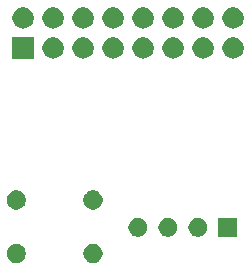
<source format=gbs>
G04 #@! TF.GenerationSoftware,KiCad,Pcbnew,(5.1.5)-3*
G04 #@! TF.CreationDate,2020-07-05T19:40:21-04:00*
G04 #@! TF.ProjectId,RPi HAT,52506920-4841-4542-9e6b-696361645f70,rev?*
G04 #@! TF.SameCoordinates,Original*
G04 #@! TF.FileFunction,Soldermask,Bot*
G04 #@! TF.FilePolarity,Negative*
%FSLAX46Y46*%
G04 Gerber Fmt 4.6, Leading zero omitted, Abs format (unit mm)*
G04 Created by KiCad (PCBNEW (5.1.5)-3) date 2020-07-05 19:40:21*
%MOMM*%
%LPD*%
G04 APERTURE LIST*
%ADD10C,0.100000*%
G04 APERTURE END LIST*
D10*
G36*
X123960542Y-106507842D02*
G01*
X124108501Y-106569129D01*
X124241655Y-106658099D01*
X124354901Y-106771345D01*
X124443871Y-106904499D01*
X124505158Y-107052458D01*
X124536400Y-107209525D01*
X124536400Y-107369675D01*
X124505158Y-107526742D01*
X124443871Y-107674701D01*
X124354901Y-107807855D01*
X124241655Y-107921101D01*
X124108501Y-108010071D01*
X123960542Y-108071358D01*
X123803475Y-108102600D01*
X123643325Y-108102600D01*
X123486258Y-108071358D01*
X123338299Y-108010071D01*
X123205145Y-107921101D01*
X123091899Y-107807855D01*
X123002929Y-107674701D01*
X122941642Y-107526742D01*
X122910400Y-107369675D01*
X122910400Y-107209525D01*
X122941642Y-107052458D01*
X123002929Y-106904499D01*
X123091899Y-106771345D01*
X123205145Y-106658099D01*
X123338299Y-106569129D01*
X123486258Y-106507842D01*
X123643325Y-106476600D01*
X123803475Y-106476600D01*
X123960542Y-106507842D01*
G37*
G36*
X117458142Y-106507842D02*
G01*
X117606101Y-106569129D01*
X117739255Y-106658099D01*
X117852501Y-106771345D01*
X117941471Y-106904499D01*
X118002758Y-107052458D01*
X118034000Y-107209525D01*
X118034000Y-107369675D01*
X118002758Y-107526742D01*
X117941471Y-107674701D01*
X117852501Y-107807855D01*
X117739255Y-107921101D01*
X117606101Y-108010071D01*
X117458142Y-108071358D01*
X117301075Y-108102600D01*
X117140925Y-108102600D01*
X116983858Y-108071358D01*
X116835899Y-108010071D01*
X116702745Y-107921101D01*
X116589499Y-107807855D01*
X116500529Y-107674701D01*
X116439242Y-107526742D01*
X116408000Y-107369675D01*
X116408000Y-107209525D01*
X116439242Y-107052458D01*
X116500529Y-106904499D01*
X116589499Y-106771345D01*
X116702745Y-106658099D01*
X116835899Y-106569129D01*
X116983858Y-106507842D01*
X117140925Y-106476600D01*
X117301075Y-106476600D01*
X117458142Y-106507842D01*
G37*
G36*
X130307042Y-104309581D02*
G01*
X130452814Y-104369962D01*
X130452816Y-104369963D01*
X130584008Y-104457622D01*
X130695578Y-104569192D01*
X130783237Y-104700384D01*
X130783238Y-104700386D01*
X130843619Y-104846158D01*
X130874400Y-105000907D01*
X130874400Y-105158693D01*
X130843619Y-105313442D01*
X130783238Y-105459214D01*
X130783237Y-105459216D01*
X130695578Y-105590408D01*
X130584008Y-105701978D01*
X130452816Y-105789637D01*
X130452815Y-105789638D01*
X130452814Y-105789638D01*
X130307042Y-105850019D01*
X130152293Y-105880800D01*
X129994507Y-105880800D01*
X129839758Y-105850019D01*
X129693986Y-105789638D01*
X129693985Y-105789638D01*
X129693984Y-105789637D01*
X129562792Y-105701978D01*
X129451222Y-105590408D01*
X129363563Y-105459216D01*
X129363562Y-105459214D01*
X129303181Y-105313442D01*
X129272400Y-105158693D01*
X129272400Y-105000907D01*
X129303181Y-104846158D01*
X129363562Y-104700386D01*
X129363563Y-104700384D01*
X129451222Y-104569192D01*
X129562792Y-104457622D01*
X129693984Y-104369963D01*
X129693986Y-104369962D01*
X129839758Y-104309581D01*
X129994507Y-104278800D01*
X130152293Y-104278800D01*
X130307042Y-104309581D01*
G37*
G36*
X135954400Y-105880800D02*
G01*
X134352400Y-105880800D01*
X134352400Y-104278800D01*
X135954400Y-104278800D01*
X135954400Y-105880800D01*
G37*
G36*
X132847042Y-104309581D02*
G01*
X132992814Y-104369962D01*
X132992816Y-104369963D01*
X133124008Y-104457622D01*
X133235578Y-104569192D01*
X133323237Y-104700384D01*
X133323238Y-104700386D01*
X133383619Y-104846158D01*
X133414400Y-105000907D01*
X133414400Y-105158693D01*
X133383619Y-105313442D01*
X133323238Y-105459214D01*
X133323237Y-105459216D01*
X133235578Y-105590408D01*
X133124008Y-105701978D01*
X132992816Y-105789637D01*
X132992815Y-105789638D01*
X132992814Y-105789638D01*
X132847042Y-105850019D01*
X132692293Y-105880800D01*
X132534507Y-105880800D01*
X132379758Y-105850019D01*
X132233986Y-105789638D01*
X132233985Y-105789638D01*
X132233984Y-105789637D01*
X132102792Y-105701978D01*
X131991222Y-105590408D01*
X131903563Y-105459216D01*
X131903562Y-105459214D01*
X131843181Y-105313442D01*
X131812400Y-105158693D01*
X131812400Y-105000907D01*
X131843181Y-104846158D01*
X131903562Y-104700386D01*
X131903563Y-104700384D01*
X131991222Y-104569192D01*
X132102792Y-104457622D01*
X132233984Y-104369963D01*
X132233986Y-104369962D01*
X132379758Y-104309581D01*
X132534507Y-104278800D01*
X132692293Y-104278800D01*
X132847042Y-104309581D01*
G37*
G36*
X127767042Y-104309581D02*
G01*
X127912814Y-104369962D01*
X127912816Y-104369963D01*
X128044008Y-104457622D01*
X128155578Y-104569192D01*
X128243237Y-104700384D01*
X128243238Y-104700386D01*
X128303619Y-104846158D01*
X128334400Y-105000907D01*
X128334400Y-105158693D01*
X128303619Y-105313442D01*
X128243238Y-105459214D01*
X128243237Y-105459216D01*
X128155578Y-105590408D01*
X128044008Y-105701978D01*
X127912816Y-105789637D01*
X127912815Y-105789638D01*
X127912814Y-105789638D01*
X127767042Y-105850019D01*
X127612293Y-105880800D01*
X127454507Y-105880800D01*
X127299758Y-105850019D01*
X127153986Y-105789638D01*
X127153985Y-105789638D01*
X127153984Y-105789637D01*
X127022792Y-105701978D01*
X126911222Y-105590408D01*
X126823563Y-105459216D01*
X126823562Y-105459214D01*
X126763181Y-105313442D01*
X126732400Y-105158693D01*
X126732400Y-105000907D01*
X126763181Y-104846158D01*
X126823562Y-104700386D01*
X126823563Y-104700384D01*
X126911222Y-104569192D01*
X127022792Y-104457622D01*
X127153984Y-104369963D01*
X127153986Y-104369962D01*
X127299758Y-104309581D01*
X127454507Y-104278800D01*
X127612293Y-104278800D01*
X127767042Y-104309581D01*
G37*
G36*
X123960542Y-101986642D02*
G01*
X124108501Y-102047929D01*
X124241655Y-102136899D01*
X124354901Y-102250145D01*
X124443871Y-102383299D01*
X124505158Y-102531258D01*
X124536400Y-102688325D01*
X124536400Y-102848475D01*
X124505158Y-103005542D01*
X124443871Y-103153501D01*
X124354901Y-103286655D01*
X124241655Y-103399901D01*
X124108501Y-103488871D01*
X123960542Y-103550158D01*
X123803475Y-103581400D01*
X123643325Y-103581400D01*
X123486258Y-103550158D01*
X123338299Y-103488871D01*
X123205145Y-103399901D01*
X123091899Y-103286655D01*
X123002929Y-103153501D01*
X122941642Y-103005542D01*
X122910400Y-102848475D01*
X122910400Y-102688325D01*
X122941642Y-102531258D01*
X123002929Y-102383299D01*
X123091899Y-102250145D01*
X123205145Y-102136899D01*
X123338299Y-102047929D01*
X123486258Y-101986642D01*
X123643325Y-101955400D01*
X123803475Y-101955400D01*
X123960542Y-101986642D01*
G37*
G36*
X117458142Y-101986642D02*
G01*
X117606101Y-102047929D01*
X117739255Y-102136899D01*
X117852501Y-102250145D01*
X117941471Y-102383299D01*
X118002758Y-102531258D01*
X118034000Y-102688325D01*
X118034000Y-102848475D01*
X118002758Y-103005542D01*
X117941471Y-103153501D01*
X117852501Y-103286655D01*
X117739255Y-103399901D01*
X117606101Y-103488871D01*
X117458142Y-103550158D01*
X117301075Y-103581400D01*
X117140925Y-103581400D01*
X116983858Y-103550158D01*
X116835899Y-103488871D01*
X116702745Y-103399901D01*
X116589499Y-103286655D01*
X116500529Y-103153501D01*
X116439242Y-103005542D01*
X116408000Y-102848475D01*
X116408000Y-102688325D01*
X116439242Y-102531258D01*
X116500529Y-102383299D01*
X116589499Y-102250145D01*
X116702745Y-102136899D01*
X116835899Y-102047929D01*
X116983858Y-101986642D01*
X117140925Y-101955400D01*
X117301075Y-101955400D01*
X117458142Y-101986642D01*
G37*
G36*
X125540312Y-88994527D02*
G01*
X125689612Y-89024224D01*
X125853584Y-89092144D01*
X126001154Y-89190747D01*
X126126653Y-89316246D01*
X126225256Y-89463816D01*
X126293176Y-89627788D01*
X126327800Y-89801859D01*
X126327800Y-89979341D01*
X126293176Y-90153412D01*
X126225256Y-90317384D01*
X126126653Y-90464954D01*
X126001154Y-90590453D01*
X125853584Y-90689056D01*
X125689612Y-90756976D01*
X125540312Y-90786673D01*
X125515542Y-90791600D01*
X125338058Y-90791600D01*
X125313288Y-90786673D01*
X125163988Y-90756976D01*
X125000016Y-90689056D01*
X124852446Y-90590453D01*
X124726947Y-90464954D01*
X124628344Y-90317384D01*
X124560424Y-90153412D01*
X124525800Y-89979341D01*
X124525800Y-89801859D01*
X124560424Y-89627788D01*
X124628344Y-89463816D01*
X124726947Y-89316246D01*
X124852446Y-89190747D01*
X125000016Y-89092144D01*
X125163988Y-89024224D01*
X125313288Y-88994527D01*
X125338058Y-88989600D01*
X125515542Y-88989600D01*
X125540312Y-88994527D01*
G37*
G36*
X118707800Y-90791600D02*
G01*
X116905800Y-90791600D01*
X116905800Y-88989600D01*
X118707800Y-88989600D01*
X118707800Y-90791600D01*
G37*
G36*
X120460312Y-88994527D02*
G01*
X120609612Y-89024224D01*
X120773584Y-89092144D01*
X120921154Y-89190747D01*
X121046653Y-89316246D01*
X121145256Y-89463816D01*
X121213176Y-89627788D01*
X121247800Y-89801859D01*
X121247800Y-89979341D01*
X121213176Y-90153412D01*
X121145256Y-90317384D01*
X121046653Y-90464954D01*
X120921154Y-90590453D01*
X120773584Y-90689056D01*
X120609612Y-90756976D01*
X120460312Y-90786673D01*
X120435542Y-90791600D01*
X120258058Y-90791600D01*
X120233288Y-90786673D01*
X120083988Y-90756976D01*
X119920016Y-90689056D01*
X119772446Y-90590453D01*
X119646947Y-90464954D01*
X119548344Y-90317384D01*
X119480424Y-90153412D01*
X119445800Y-89979341D01*
X119445800Y-89801859D01*
X119480424Y-89627788D01*
X119548344Y-89463816D01*
X119646947Y-89316246D01*
X119772446Y-89190747D01*
X119920016Y-89092144D01*
X120083988Y-89024224D01*
X120233288Y-88994527D01*
X120258058Y-88989600D01*
X120435542Y-88989600D01*
X120460312Y-88994527D01*
G37*
G36*
X123000312Y-88994527D02*
G01*
X123149612Y-89024224D01*
X123313584Y-89092144D01*
X123461154Y-89190747D01*
X123586653Y-89316246D01*
X123685256Y-89463816D01*
X123753176Y-89627788D01*
X123787800Y-89801859D01*
X123787800Y-89979341D01*
X123753176Y-90153412D01*
X123685256Y-90317384D01*
X123586653Y-90464954D01*
X123461154Y-90590453D01*
X123313584Y-90689056D01*
X123149612Y-90756976D01*
X123000312Y-90786673D01*
X122975542Y-90791600D01*
X122798058Y-90791600D01*
X122773288Y-90786673D01*
X122623988Y-90756976D01*
X122460016Y-90689056D01*
X122312446Y-90590453D01*
X122186947Y-90464954D01*
X122088344Y-90317384D01*
X122020424Y-90153412D01*
X121985800Y-89979341D01*
X121985800Y-89801859D01*
X122020424Y-89627788D01*
X122088344Y-89463816D01*
X122186947Y-89316246D01*
X122312446Y-89190747D01*
X122460016Y-89092144D01*
X122623988Y-89024224D01*
X122773288Y-88994527D01*
X122798058Y-88989600D01*
X122975542Y-88989600D01*
X123000312Y-88994527D01*
G37*
G36*
X130620312Y-88994527D02*
G01*
X130769612Y-89024224D01*
X130933584Y-89092144D01*
X131081154Y-89190747D01*
X131206653Y-89316246D01*
X131305256Y-89463816D01*
X131373176Y-89627788D01*
X131407800Y-89801859D01*
X131407800Y-89979341D01*
X131373176Y-90153412D01*
X131305256Y-90317384D01*
X131206653Y-90464954D01*
X131081154Y-90590453D01*
X130933584Y-90689056D01*
X130769612Y-90756976D01*
X130620312Y-90786673D01*
X130595542Y-90791600D01*
X130418058Y-90791600D01*
X130393288Y-90786673D01*
X130243988Y-90756976D01*
X130080016Y-90689056D01*
X129932446Y-90590453D01*
X129806947Y-90464954D01*
X129708344Y-90317384D01*
X129640424Y-90153412D01*
X129605800Y-89979341D01*
X129605800Y-89801859D01*
X129640424Y-89627788D01*
X129708344Y-89463816D01*
X129806947Y-89316246D01*
X129932446Y-89190747D01*
X130080016Y-89092144D01*
X130243988Y-89024224D01*
X130393288Y-88994527D01*
X130418058Y-88989600D01*
X130595542Y-88989600D01*
X130620312Y-88994527D01*
G37*
G36*
X133160312Y-88994527D02*
G01*
X133309612Y-89024224D01*
X133473584Y-89092144D01*
X133621154Y-89190747D01*
X133746653Y-89316246D01*
X133845256Y-89463816D01*
X133913176Y-89627788D01*
X133947800Y-89801859D01*
X133947800Y-89979341D01*
X133913176Y-90153412D01*
X133845256Y-90317384D01*
X133746653Y-90464954D01*
X133621154Y-90590453D01*
X133473584Y-90689056D01*
X133309612Y-90756976D01*
X133160312Y-90786673D01*
X133135542Y-90791600D01*
X132958058Y-90791600D01*
X132933288Y-90786673D01*
X132783988Y-90756976D01*
X132620016Y-90689056D01*
X132472446Y-90590453D01*
X132346947Y-90464954D01*
X132248344Y-90317384D01*
X132180424Y-90153412D01*
X132145800Y-89979341D01*
X132145800Y-89801859D01*
X132180424Y-89627788D01*
X132248344Y-89463816D01*
X132346947Y-89316246D01*
X132472446Y-89190747D01*
X132620016Y-89092144D01*
X132783988Y-89024224D01*
X132933288Y-88994527D01*
X132958058Y-88989600D01*
X133135542Y-88989600D01*
X133160312Y-88994527D01*
G37*
G36*
X135700312Y-88994527D02*
G01*
X135849612Y-89024224D01*
X136013584Y-89092144D01*
X136161154Y-89190747D01*
X136286653Y-89316246D01*
X136385256Y-89463816D01*
X136453176Y-89627788D01*
X136487800Y-89801859D01*
X136487800Y-89979341D01*
X136453176Y-90153412D01*
X136385256Y-90317384D01*
X136286653Y-90464954D01*
X136161154Y-90590453D01*
X136013584Y-90689056D01*
X135849612Y-90756976D01*
X135700312Y-90786673D01*
X135675542Y-90791600D01*
X135498058Y-90791600D01*
X135473288Y-90786673D01*
X135323988Y-90756976D01*
X135160016Y-90689056D01*
X135012446Y-90590453D01*
X134886947Y-90464954D01*
X134788344Y-90317384D01*
X134720424Y-90153412D01*
X134685800Y-89979341D01*
X134685800Y-89801859D01*
X134720424Y-89627788D01*
X134788344Y-89463816D01*
X134886947Y-89316246D01*
X135012446Y-89190747D01*
X135160016Y-89092144D01*
X135323988Y-89024224D01*
X135473288Y-88994527D01*
X135498058Y-88989600D01*
X135675542Y-88989600D01*
X135700312Y-88994527D01*
G37*
G36*
X128080312Y-88994527D02*
G01*
X128229612Y-89024224D01*
X128393584Y-89092144D01*
X128541154Y-89190747D01*
X128666653Y-89316246D01*
X128765256Y-89463816D01*
X128833176Y-89627788D01*
X128867800Y-89801859D01*
X128867800Y-89979341D01*
X128833176Y-90153412D01*
X128765256Y-90317384D01*
X128666653Y-90464954D01*
X128541154Y-90590453D01*
X128393584Y-90689056D01*
X128229612Y-90756976D01*
X128080312Y-90786673D01*
X128055542Y-90791600D01*
X127878058Y-90791600D01*
X127853288Y-90786673D01*
X127703988Y-90756976D01*
X127540016Y-90689056D01*
X127392446Y-90590453D01*
X127266947Y-90464954D01*
X127168344Y-90317384D01*
X127100424Y-90153412D01*
X127065800Y-89979341D01*
X127065800Y-89801859D01*
X127100424Y-89627788D01*
X127168344Y-89463816D01*
X127266947Y-89316246D01*
X127392446Y-89190747D01*
X127540016Y-89092144D01*
X127703988Y-89024224D01*
X127853288Y-88994527D01*
X127878058Y-88989600D01*
X128055542Y-88989600D01*
X128080312Y-88994527D01*
G37*
G36*
X130620312Y-86454527D02*
G01*
X130769612Y-86484224D01*
X130933584Y-86552144D01*
X131081154Y-86650747D01*
X131206653Y-86776246D01*
X131305256Y-86923816D01*
X131373176Y-87087788D01*
X131407800Y-87261859D01*
X131407800Y-87439341D01*
X131373176Y-87613412D01*
X131305256Y-87777384D01*
X131206653Y-87924954D01*
X131081154Y-88050453D01*
X130933584Y-88149056D01*
X130769612Y-88216976D01*
X130620312Y-88246673D01*
X130595542Y-88251600D01*
X130418058Y-88251600D01*
X130393288Y-88246673D01*
X130243988Y-88216976D01*
X130080016Y-88149056D01*
X129932446Y-88050453D01*
X129806947Y-87924954D01*
X129708344Y-87777384D01*
X129640424Y-87613412D01*
X129605800Y-87439341D01*
X129605800Y-87261859D01*
X129640424Y-87087788D01*
X129708344Y-86923816D01*
X129806947Y-86776246D01*
X129932446Y-86650747D01*
X130080016Y-86552144D01*
X130243988Y-86484224D01*
X130393288Y-86454527D01*
X130418058Y-86449600D01*
X130595542Y-86449600D01*
X130620312Y-86454527D01*
G37*
G36*
X117920312Y-86454527D02*
G01*
X118069612Y-86484224D01*
X118233584Y-86552144D01*
X118381154Y-86650747D01*
X118506653Y-86776246D01*
X118605256Y-86923816D01*
X118673176Y-87087788D01*
X118707800Y-87261859D01*
X118707800Y-87439341D01*
X118673176Y-87613412D01*
X118605256Y-87777384D01*
X118506653Y-87924954D01*
X118381154Y-88050453D01*
X118233584Y-88149056D01*
X118069612Y-88216976D01*
X117920312Y-88246673D01*
X117895542Y-88251600D01*
X117718058Y-88251600D01*
X117693288Y-88246673D01*
X117543988Y-88216976D01*
X117380016Y-88149056D01*
X117232446Y-88050453D01*
X117106947Y-87924954D01*
X117008344Y-87777384D01*
X116940424Y-87613412D01*
X116905800Y-87439341D01*
X116905800Y-87261859D01*
X116940424Y-87087788D01*
X117008344Y-86923816D01*
X117106947Y-86776246D01*
X117232446Y-86650747D01*
X117380016Y-86552144D01*
X117543988Y-86484224D01*
X117693288Y-86454527D01*
X117718058Y-86449600D01*
X117895542Y-86449600D01*
X117920312Y-86454527D01*
G37*
G36*
X120460312Y-86454527D02*
G01*
X120609612Y-86484224D01*
X120773584Y-86552144D01*
X120921154Y-86650747D01*
X121046653Y-86776246D01*
X121145256Y-86923816D01*
X121213176Y-87087788D01*
X121247800Y-87261859D01*
X121247800Y-87439341D01*
X121213176Y-87613412D01*
X121145256Y-87777384D01*
X121046653Y-87924954D01*
X120921154Y-88050453D01*
X120773584Y-88149056D01*
X120609612Y-88216976D01*
X120460312Y-88246673D01*
X120435542Y-88251600D01*
X120258058Y-88251600D01*
X120233288Y-88246673D01*
X120083988Y-88216976D01*
X119920016Y-88149056D01*
X119772446Y-88050453D01*
X119646947Y-87924954D01*
X119548344Y-87777384D01*
X119480424Y-87613412D01*
X119445800Y-87439341D01*
X119445800Y-87261859D01*
X119480424Y-87087788D01*
X119548344Y-86923816D01*
X119646947Y-86776246D01*
X119772446Y-86650747D01*
X119920016Y-86552144D01*
X120083988Y-86484224D01*
X120233288Y-86454527D01*
X120258058Y-86449600D01*
X120435542Y-86449600D01*
X120460312Y-86454527D01*
G37*
G36*
X135700312Y-86454527D02*
G01*
X135849612Y-86484224D01*
X136013584Y-86552144D01*
X136161154Y-86650747D01*
X136286653Y-86776246D01*
X136385256Y-86923816D01*
X136453176Y-87087788D01*
X136487800Y-87261859D01*
X136487800Y-87439341D01*
X136453176Y-87613412D01*
X136385256Y-87777384D01*
X136286653Y-87924954D01*
X136161154Y-88050453D01*
X136013584Y-88149056D01*
X135849612Y-88216976D01*
X135700312Y-88246673D01*
X135675542Y-88251600D01*
X135498058Y-88251600D01*
X135473288Y-88246673D01*
X135323988Y-88216976D01*
X135160016Y-88149056D01*
X135012446Y-88050453D01*
X134886947Y-87924954D01*
X134788344Y-87777384D01*
X134720424Y-87613412D01*
X134685800Y-87439341D01*
X134685800Y-87261859D01*
X134720424Y-87087788D01*
X134788344Y-86923816D01*
X134886947Y-86776246D01*
X135012446Y-86650747D01*
X135160016Y-86552144D01*
X135323988Y-86484224D01*
X135473288Y-86454527D01*
X135498058Y-86449600D01*
X135675542Y-86449600D01*
X135700312Y-86454527D01*
G37*
G36*
X123000312Y-86454527D02*
G01*
X123149612Y-86484224D01*
X123313584Y-86552144D01*
X123461154Y-86650747D01*
X123586653Y-86776246D01*
X123685256Y-86923816D01*
X123753176Y-87087788D01*
X123787800Y-87261859D01*
X123787800Y-87439341D01*
X123753176Y-87613412D01*
X123685256Y-87777384D01*
X123586653Y-87924954D01*
X123461154Y-88050453D01*
X123313584Y-88149056D01*
X123149612Y-88216976D01*
X123000312Y-88246673D01*
X122975542Y-88251600D01*
X122798058Y-88251600D01*
X122773288Y-88246673D01*
X122623988Y-88216976D01*
X122460016Y-88149056D01*
X122312446Y-88050453D01*
X122186947Y-87924954D01*
X122088344Y-87777384D01*
X122020424Y-87613412D01*
X121985800Y-87439341D01*
X121985800Y-87261859D01*
X122020424Y-87087788D01*
X122088344Y-86923816D01*
X122186947Y-86776246D01*
X122312446Y-86650747D01*
X122460016Y-86552144D01*
X122623988Y-86484224D01*
X122773288Y-86454527D01*
X122798058Y-86449600D01*
X122975542Y-86449600D01*
X123000312Y-86454527D01*
G37*
G36*
X133160312Y-86454527D02*
G01*
X133309612Y-86484224D01*
X133473584Y-86552144D01*
X133621154Y-86650747D01*
X133746653Y-86776246D01*
X133845256Y-86923816D01*
X133913176Y-87087788D01*
X133947800Y-87261859D01*
X133947800Y-87439341D01*
X133913176Y-87613412D01*
X133845256Y-87777384D01*
X133746653Y-87924954D01*
X133621154Y-88050453D01*
X133473584Y-88149056D01*
X133309612Y-88216976D01*
X133160312Y-88246673D01*
X133135542Y-88251600D01*
X132958058Y-88251600D01*
X132933288Y-88246673D01*
X132783988Y-88216976D01*
X132620016Y-88149056D01*
X132472446Y-88050453D01*
X132346947Y-87924954D01*
X132248344Y-87777384D01*
X132180424Y-87613412D01*
X132145800Y-87439341D01*
X132145800Y-87261859D01*
X132180424Y-87087788D01*
X132248344Y-86923816D01*
X132346947Y-86776246D01*
X132472446Y-86650747D01*
X132620016Y-86552144D01*
X132783988Y-86484224D01*
X132933288Y-86454527D01*
X132958058Y-86449600D01*
X133135542Y-86449600D01*
X133160312Y-86454527D01*
G37*
G36*
X128080312Y-86454527D02*
G01*
X128229612Y-86484224D01*
X128393584Y-86552144D01*
X128541154Y-86650747D01*
X128666653Y-86776246D01*
X128765256Y-86923816D01*
X128833176Y-87087788D01*
X128867800Y-87261859D01*
X128867800Y-87439341D01*
X128833176Y-87613412D01*
X128765256Y-87777384D01*
X128666653Y-87924954D01*
X128541154Y-88050453D01*
X128393584Y-88149056D01*
X128229612Y-88216976D01*
X128080312Y-88246673D01*
X128055542Y-88251600D01*
X127878058Y-88251600D01*
X127853288Y-88246673D01*
X127703988Y-88216976D01*
X127540016Y-88149056D01*
X127392446Y-88050453D01*
X127266947Y-87924954D01*
X127168344Y-87777384D01*
X127100424Y-87613412D01*
X127065800Y-87439341D01*
X127065800Y-87261859D01*
X127100424Y-87087788D01*
X127168344Y-86923816D01*
X127266947Y-86776246D01*
X127392446Y-86650747D01*
X127540016Y-86552144D01*
X127703988Y-86484224D01*
X127853288Y-86454527D01*
X127878058Y-86449600D01*
X128055542Y-86449600D01*
X128080312Y-86454527D01*
G37*
G36*
X125540312Y-86454527D02*
G01*
X125689612Y-86484224D01*
X125853584Y-86552144D01*
X126001154Y-86650747D01*
X126126653Y-86776246D01*
X126225256Y-86923816D01*
X126293176Y-87087788D01*
X126327800Y-87261859D01*
X126327800Y-87439341D01*
X126293176Y-87613412D01*
X126225256Y-87777384D01*
X126126653Y-87924954D01*
X126001154Y-88050453D01*
X125853584Y-88149056D01*
X125689612Y-88216976D01*
X125540312Y-88246673D01*
X125515542Y-88251600D01*
X125338058Y-88251600D01*
X125313288Y-88246673D01*
X125163988Y-88216976D01*
X125000016Y-88149056D01*
X124852446Y-88050453D01*
X124726947Y-87924954D01*
X124628344Y-87777384D01*
X124560424Y-87613412D01*
X124525800Y-87439341D01*
X124525800Y-87261859D01*
X124560424Y-87087788D01*
X124628344Y-86923816D01*
X124726947Y-86776246D01*
X124852446Y-86650747D01*
X125000016Y-86552144D01*
X125163988Y-86484224D01*
X125313288Y-86454527D01*
X125338058Y-86449600D01*
X125515542Y-86449600D01*
X125540312Y-86454527D01*
G37*
M02*

</source>
